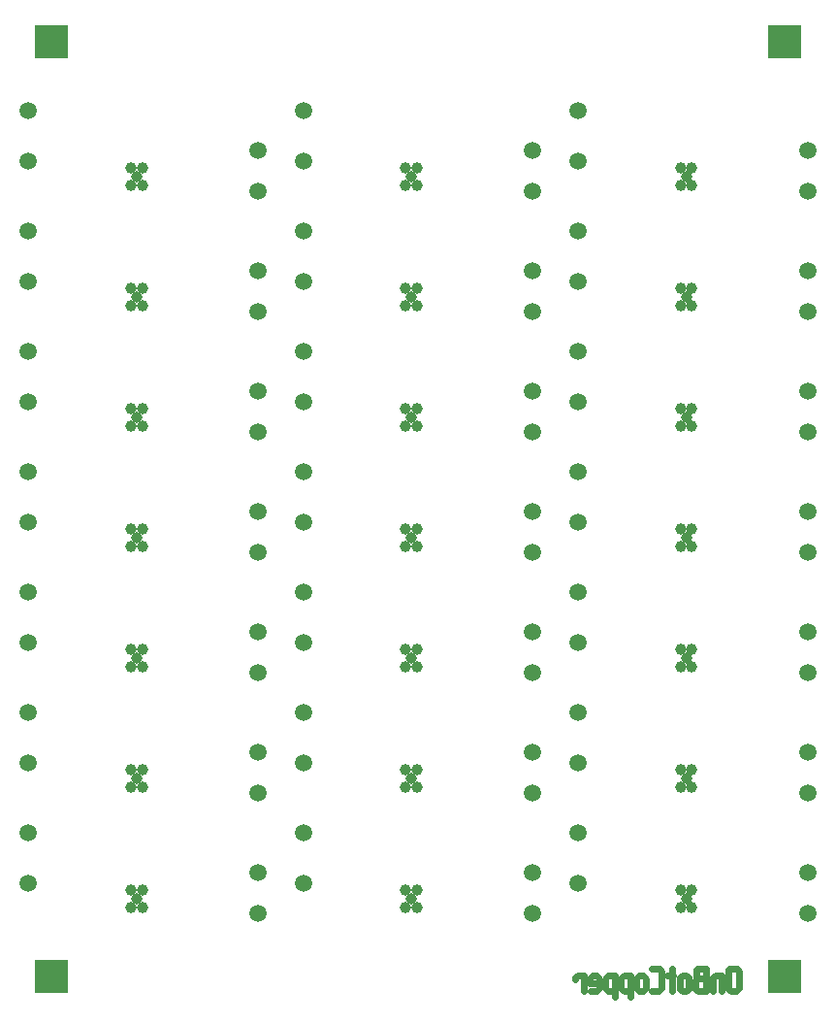
<source format=gbr>
G04 FreePCB MFC Application*
G04 Version: ÏëàòÔîðì 2.427*
G04 Author: niconson.com *
G04 WebSite: https://niconson.com/freepcb2 *
G04 Repositories: https://github.com/niconson *
G04 D:\Works\ÏëàòÔîðì íà ðóññêîì\Projects\Led\version-01\CAM(Driver-01)(11-20-2025)\Driver-01.BML.gbr*

G04 Objects of panelization *
G04 âèä íèç layer *
G04 Scale: 100 percent, Rotated: No, Reflected: No *
%FSLAX26Y26*%
%MOIN*%
G04 âèä íèç *
G04 Rounded Rectangle Macro, params: W/2, H/2, R *
%AMRNDREC*
21,1,$1+$1,$2+$2-$3-$3,0,0,0*
21,1,$1+$1-$3-$3,$2+$2,0,0,0*
1,1,$3+$3,$1-$3,$2-$3*
1,1,$3+$3,$3-$1,$2-$3*
1,1,$3+$3,$1-$3,$3-$2*
1,1,$3+$3,$3-$1,$3-$2*%
G04 Rectangular Thermal Macro, params: W/4, H/4, TW/4, TC/4 *
%AMRECTHERM*
21,1,$1+$1-$3-$3-$4-$4,$2+$2-$3-$3-$4-$4-$4-$4,0-$1-$3-$4,0-$2-$3,0*
21,1,$1+$1-$3-$3-$4-$4-$4-$4,$2+$2-$3-$3-$4-$4,0-$1-$3,0-$2-$3-$4,0*
1,1,$4+$4+$4+$4,0-$1-$1+$4+$4,0-$2-$2+$4+$4*
1,1,$4+$4+$4+$4,0-$1-$1+$4+$4,0-$3-$3-$4-$4*
1,1,$4+$4+$4+$4,0-$3-$3-$4-$4,0-$2-$2+$4+$4*
21,1,$1+$1-$3-$3-$4-$4,$2+$2-$3-$3-$4-$4-$4-$4,0-$1-$3-$4,$2+$3,0*
21,1,$1+$1-$3-$3-$4-$4-$4-$4,$2+$2-$3-$3-$4-$4,0-$1-$3,$2+$3+$4,0*
1,1,$4+$4+$4+$4,0-$1-$1+$4+$4,$2+$2-$4-$4*
1,1,$4+$4+$4+$4,0-$1-$1+$4+$4,$3+$3+$4+$4*
1,1,$4+$4+$4+$4,0-$3-$3-$4-$4,$2+$2-$4-$4*
21,1,$1+$1-$3-$3-$4-$4,$2+$2-$3-$3-$4-$4-$4-$4,$1+$3+$4,0-$2-$3,0*
21,1,$1+$1-$3-$3-$4-$4-$4-$4,$2+$2-$3-$3-$4-$4,$1+$3,0-$2-$3-$4,0*
1,1,$4+$4+$4+$4,$1+$1-$4-$4,0-$2-$2+$4+$4*
1,1,$4+$4+$4+$4,$1+$1-$4-$4,0-$3-$3-$4-$4*
1,1,$4+$4+$4+$4,$3+$3+$4+$4,0-$2-$2+$4+$4*
21,1,$1+$1-$3-$3-$4-$4,$2+$2-$3-$3-$4-$4-$4-$4,$1+$3+$4,$2+$3,0*
21,1,$1+$1-$3-$3-$4-$4-$4-$4,$2+$2-$3-$3-$4-$4,$1+$3,$2+$3+$4,0*
1,1,$4+$4+$4+$4,$1+$1-$4-$4,$2+$2-$4-$4*
1,1,$4+$4+$4+$4,$1+$1-$4-$4,$3+$3+$4+$4*
1,1,$4+$4+$4+$4,$3+$3+$4+$4,$2+$2-$4-$4*%
%AMRECTHERM_45*
21,1,$1+$1+$1+$1,$2+$2+$2+$2-$4-$4-$4-$4-$4-$4-$4-$4-$4-$4-$3-$3,0,0,0*
21,1,$1+$1+$1+$1-$4-$4-$4-$4-$4-$4-$4-$4-$4-$4-$3-$3,$2+$2+$2+$2,0,0,0*
1,1,$4+$4+$4+$4,$1+$1-$4-$4,$2+$2-$4-$4-$4-$4-$4-$3*
1,1,$4+$4+$4+$4,$1+$1-$4-$4,0-$2-$2+$4+$4+$4+$4+$4+$3*
1,1,$4+$4+$4+$4,$1+$1-$4-$4-$4-$4-$4-$3,$2+$2-$4-$4*
1,1,$4+$4+$4+$4,0-$1-$1+$4+$4+$4+$4+$4+$3,$2+$2-$4-$4*
1,1,$4+$4+$4+$4,0-$1-$1+$4+$4,$2+$2-$4-$4-$4-$4-$4-$3*
1,1,$4+$4+$4+$4,0-$1-$1+$4+$4,0-$2-$2+$4+$4+$4+$4+$4+$3*
1,1,$4+$4+$4+$4,$1+$1-$4-$4-$4-$4-$4-$3,0-$2-$2+$4+$4*
1,1,$4+$4+$4+$4,0-$1-$1+$4+$4+$4+$4+$4+$3,0-$2-$2+$4+$4*%
%ADD10R,0.118110X0.118110*%
%ADD11C,0.022497*%
%ADD12C,0.010000*%
%ADD13C,0.059055*%
%ADD14C,0.039370*%
G01*
G04 begin color: clBlack*
%LPD*%

G04 Objects of panelization *
D10*
X-314960Y-364173D03*
X2204724Y2844488D03*
X-314960Y2844488D03*
X2204724Y-364173D03*
D11*
X2047200Y-404500D02*
X2045500Y-409650D01*
X2045500Y-409650D02*
X2042100Y-413050D01*
X2042100Y-413050D02*
X2036950Y-414750D01*
X2036950Y-414750D02*
X2021550Y-414750D01*
X2021550Y-414750D02*
X2016400Y-413050D01*
X2016400Y-413050D02*
X2013000Y-409650D01*
X2013000Y-409650D02*
X2011250Y-404500D01*
X2011250Y-404500D02*
X2011250Y-348000D01*
X2011250Y-348000D02*
X2013000Y-342850D01*
X2013000Y-342850D02*
X2016400Y-339450D01*
X2016400Y-339450D02*
X2021550Y-337750D01*
X2021550Y-337750D02*
X2036950Y-337750D01*
X2036950Y-337750D02*
X2042100Y-339450D01*
X2042100Y-339450D02*
X2045500Y-342850D01*
X2045500Y-342850D02*
X2047200Y-348000D01*
X2047200Y-348000D02*
X2047200Y-404500D01*
X1988750Y-414750D02*
X1988750Y-363400D01*
X1988750Y-363400D02*
X1968200Y-363400D01*
X1968200Y-363400D02*
X1963050Y-365150D01*
X1963050Y-365150D02*
X1959650Y-368550D01*
X1959650Y-368550D02*
X1957950Y-373700D01*
X1957950Y-373700D02*
X1957950Y-414750D01*
X1911450Y-337750D02*
X1935400Y-337750D01*
X1935400Y-337750D02*
X1935400Y-414750D01*
X1935400Y-414750D02*
X1908050Y-414750D01*
X1908050Y-414750D02*
X1902900Y-413050D01*
X1902900Y-413050D02*
X1899450Y-409650D01*
X1899450Y-409650D02*
X1897750Y-404500D01*
X1897750Y-404500D02*
X1897750Y-382250D01*
X1897750Y-382250D02*
X1899450Y-377100D01*
X1899450Y-377100D02*
X1902900Y-373700D01*
X1911450Y-337750D02*
X1906300Y-339450D01*
X1906300Y-339450D02*
X1902900Y-342850D01*
X1902900Y-342850D02*
X1901200Y-348000D01*
X1901200Y-348000D02*
X1901200Y-361700D01*
X1901200Y-361700D02*
X1902900Y-366850D01*
X1902900Y-366850D02*
X1906300Y-370250D01*
X1906300Y-370250D02*
X1911450Y-371950D01*
X1902900Y-373700D02*
X1908050Y-371950D01*
X1908050Y-371950D02*
X1935400Y-371950D01*
X1875250Y-404500D02*
X1873500Y-409650D01*
X1873500Y-409650D02*
X1870100Y-413050D01*
X1870100Y-413050D02*
X1864950Y-414750D01*
X1864950Y-414750D02*
X1854700Y-414750D01*
X1854700Y-414750D02*
X1849550Y-413050D01*
X1849550Y-413050D02*
X1846150Y-409650D01*
X1846150Y-409650D02*
X1844400Y-404500D01*
X1844400Y-404500D02*
X1844400Y-373700D01*
X1844400Y-373700D02*
X1846150Y-368550D01*
X1846150Y-368550D02*
X1849550Y-365150D01*
X1849550Y-365150D02*
X1854700Y-363400D01*
X1854700Y-363400D02*
X1864950Y-363400D01*
X1864950Y-363400D02*
X1870100Y-365150D01*
X1870100Y-365150D02*
X1873500Y-368550D01*
X1873500Y-368550D02*
X1875250Y-373700D01*
X1875250Y-373700D02*
X1875250Y-404500D01*
X1816750Y-337750D02*
X1816750Y-414750D01*
X1821900Y-363400D02*
X1803050Y-363400D01*
X1749750Y-414750D02*
X1770300Y-414750D01*
X1770300Y-414750D02*
X1775400Y-413050D01*
X1775400Y-413050D02*
X1778850Y-409650D01*
X1778850Y-409650D02*
X1780550Y-404500D01*
X1780550Y-404500D02*
X1780550Y-348000D01*
X1780550Y-348000D02*
X1778850Y-342850D01*
X1778850Y-342850D02*
X1775400Y-339450D01*
X1775400Y-339450D02*
X1770300Y-337750D01*
X1770300Y-337750D02*
X1749750Y-337750D01*
X1727200Y-404500D02*
X1725500Y-409650D01*
X1725500Y-409650D02*
X1722100Y-413050D01*
X1722100Y-413050D02*
X1716950Y-414750D01*
X1716950Y-414750D02*
X1706650Y-414750D01*
X1706650Y-414750D02*
X1701550Y-413050D01*
X1701550Y-413050D02*
X1698100Y-409650D01*
X1698100Y-409650D02*
X1696400Y-404500D01*
X1696400Y-404500D02*
X1696400Y-373700D01*
X1696400Y-373700D02*
X1698100Y-368550D01*
X1698100Y-368550D02*
X1701550Y-365150D01*
X1701550Y-365150D02*
X1706650Y-363400D01*
X1706650Y-363400D02*
X1716950Y-363400D01*
X1716950Y-363400D02*
X1722100Y-365150D01*
X1722100Y-365150D02*
X1725500Y-368550D01*
X1725500Y-368550D02*
X1727200Y-373700D01*
X1727200Y-373700D02*
X1727200Y-404500D01*
X1673900Y-433600D02*
X1673900Y-363400D01*
X1673900Y-363400D02*
X1653350Y-363400D01*
X1653350Y-363400D02*
X1648200Y-365150D01*
X1648200Y-365150D02*
X1644800Y-368550D01*
X1644800Y-368550D02*
X1643050Y-373700D01*
X1643050Y-373700D02*
X1643050Y-404500D01*
X1643050Y-404500D02*
X1644800Y-409650D01*
X1644800Y-409650D02*
X1648200Y-413050D01*
X1648200Y-413050D02*
X1653350Y-414750D01*
X1653350Y-414750D02*
X1673900Y-414750D01*
X1620550Y-433600D02*
X1620550Y-363400D01*
X1620550Y-363400D02*
X1600000Y-363400D01*
X1600000Y-363400D02*
X1594850Y-365150D01*
X1594850Y-365150D02*
X1591450Y-368550D01*
X1591450Y-368550D02*
X1589750Y-373700D01*
X1589750Y-373700D02*
X1589750Y-404500D01*
X1589750Y-404500D02*
X1591450Y-409650D01*
X1591450Y-409650D02*
X1594850Y-413050D01*
X1594850Y-413050D02*
X1600000Y-414750D01*
X1600000Y-414750D02*
X1620550Y-414750D01*
X1567200Y-389100D02*
X1536400Y-389100D01*
X1536400Y-389100D02*
X1536400Y-373700D01*
X1536400Y-373700D02*
X1538100Y-368550D01*
X1538100Y-368550D02*
X1541550Y-365150D01*
X1541550Y-365150D02*
X1546650Y-363400D01*
X1546650Y-363400D02*
X1556950Y-363400D01*
X1556950Y-363400D02*
X1562100Y-365150D01*
X1562100Y-365150D02*
X1565500Y-368550D01*
X1565500Y-368550D02*
X1567200Y-373700D01*
X1567200Y-373700D02*
X1567200Y-404500D01*
X1567200Y-404500D02*
X1565500Y-409650D01*
X1565500Y-409650D02*
X1562100Y-413050D01*
X1562100Y-413050D02*
X1556950Y-414750D01*
X1556950Y-414750D02*
X1538100Y-414750D01*
X1513900Y-414750D02*
X1513900Y-363400D01*
X1513900Y-363400D02*
X1495050Y-363400D01*
X1495050Y-363400D02*
X1489900Y-365150D01*
X1489900Y-365150D02*
X1486500Y-368550D01*
X1486500Y-368550D02*
X1484800Y-371950D01*
X1484800Y-371950D02*
X1484800Y-375400D01*
D12*

G04 Step and Repeat for panelization *
%SRX3Y7I0.944882J0.413386*%

G04 ----------------------- Draw board outline (positive)*

G04 -------------- Draw Parts, Pads, Traces, Vias and Text (positive)*
D13*
X-393700Y-44894D03*
X393700Y-147637D03*
X393700Y-9842D03*
D14*
X-22986Y-99028D03*
X-42671Y-69501D03*
X-3301Y-69501D03*
X-3301Y-128556D03*
X-42671Y-128556D03*
D13*
X-393700Y127952D03*

G04 Draw traces*

G04 Draw Text*
D12*

G04 EOF Step and Repeat for panelization *
%SR*%
M02*

</source>
